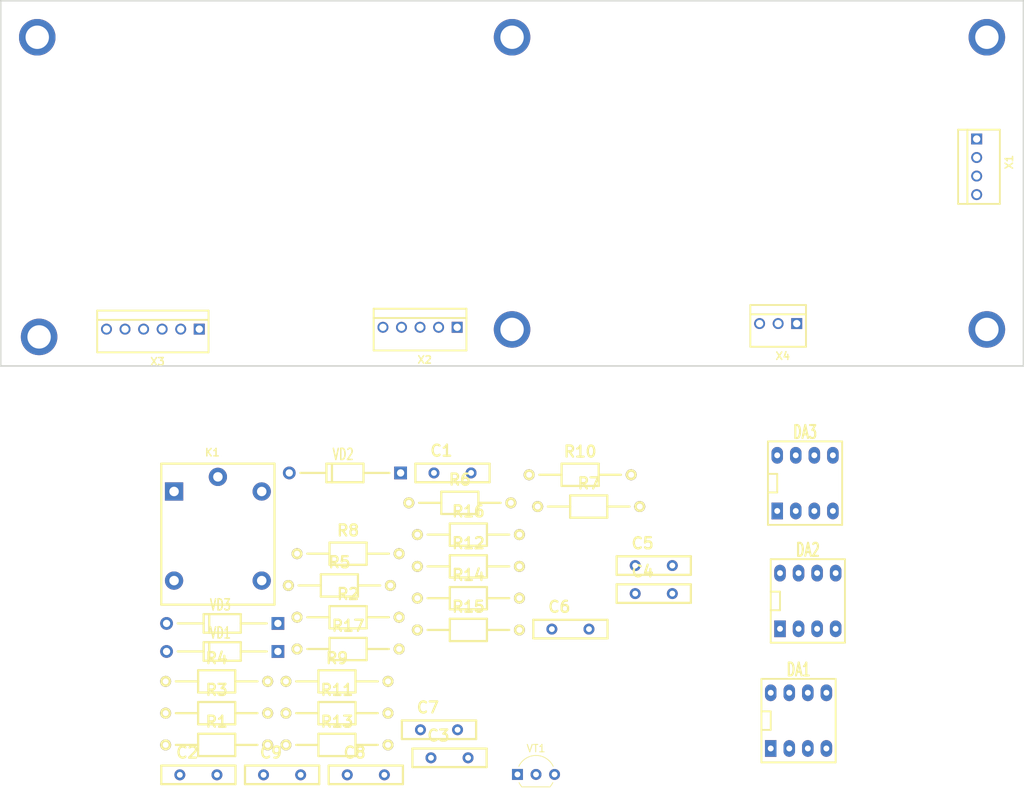
<source format=kicad_pcb>
(kicad_pcb (version 20171130) (host pcbnew 5.1.12-84ad8e8a86~92~ubuntu18.04.1)

  (general
    (thickness 1.6)
    (drawings 4)
    (tracks 0)
    (zones 0)
    (modules 44)
    (nets 35)
  )

  (page A4)
  (layers
    (0 F.Cu signal)
    (31 B.Cu signal)
    (32 B.Adhes user)
    (33 F.Adhes user)
    (34 B.Paste user)
    (35 F.Paste user)
    (36 B.SilkS user)
    (37 F.SilkS user)
    (38 B.Mask user)
    (39 F.Mask user)
    (40 Dwgs.User user)
    (41 Cmts.User user)
    (42 Eco1.User user)
    (43 Eco2.User user)
    (44 Edge.Cuts user)
    (45 Margin user)
    (46 B.CrtYd user)
    (47 F.CrtYd user)
    (48 B.Fab user)
    (49 F.Fab user)
  )

  (setup
    (last_trace_width 0.25)
    (trace_clearance 0.2)
    (zone_clearance 0.508)
    (zone_45_only no)
    (trace_min 0.2)
    (via_size 0.8)
    (via_drill 0.4)
    (via_min_size 0.4)
    (via_min_drill 0.3)
    (uvia_size 0.3)
    (uvia_drill 0.1)
    (uvias_allowed no)
    (uvia_min_size 0.2)
    (uvia_min_drill 0.1)
    (edge_width 0.05)
    (segment_width 0.2)
    (pcb_text_width 0.3)
    (pcb_text_size 1.5 1.5)
    (mod_edge_width 0.12)
    (mod_text_size 1 1)
    (mod_text_width 0.15)
    (pad_size 5 5)
    (pad_drill 3.2)
    (pad_to_mask_clearance 0)
    (aux_axis_origin 0 0)
    (visible_elements FFFFFF7F)
    (pcbplotparams
      (layerselection 0x010fc_ffffffff)
      (usegerberextensions false)
      (usegerberattributes true)
      (usegerberadvancedattributes true)
      (creategerberjobfile true)
      (excludeedgelayer true)
      (linewidth 0.100000)
      (plotframeref false)
      (viasonmask false)
      (mode 1)
      (useauxorigin false)
      (hpglpennumber 1)
      (hpglpenspeed 20)
      (hpglpendiameter 15.000000)
      (psnegative false)
      (psa4output false)
      (plotreference true)
      (plotvalue true)
      (plotinvisibletext false)
      (padsonsilk false)
      (subtractmaskfromsilk false)
      (outputformat 1)
      (mirror false)
      (drillshape 1)
      (scaleselection 1)
      (outputdirectory ""))
  )

  (net 0 "")
  (net 1 /GND)
  (net 2 /+VCC)
  (net 3 /-VCC)
  (net 4 "Net-(C3-Pad2)")
  (net 5 "Net-(C3-Pad1)")
  (net 6 "Net-(C6-Pad2)")
  (net 7 "Net-(C6-Pad1)")
  (net 8 "Net-(C7-Pad2)")
  (net 9 "Net-(C7-Pad1)")
  (net 10 "Net-(DA1-Pad8)")
  (net 11 "Net-(DA1-Pad6)")
  (net 12 "Net-(DA1-Pad3)")
  (net 13 "Net-(DA1-Pad2)")
  (net 14 "Net-(DA1-Pad1)")
  (net 15 "Net-(DA2-Pad5)")
  (net 16 "Net-(DA2-Pad2)")
  (net 17 "Net-(DA3-Pad5)")
  (net 18 "Net-(DA3-Pad2)")
  (net 19 "Net-(K1-Pad7)")
  (net 20 "Net-(K1-Pad5)")
  (net 21 "Net-(K1-Pad1)")
  (net 22 "Net-(K1-Pad8)")
  (net 23 "Net-(R4-Pad2)")
  (net 24 "Net-(R4-Pad1)")
  (net 25 "Net-(R5-Pad2)")
  (net 26 "Net-(R10-Pad1)")
  (net 27 "Net-(R11-Pad2)")
  (net 28 "Net-(R12-Pad2)")
  (net 29 "Net-(R12-Pad3)")
  (net 30 "Net-(R16-Pad1)")
  (net 31 "Net-(VD2-Pad1)")
  (net 32 "Net-(VD3-Pad1)")
  (net 33 "Net-(X3-Pad5)")
  (net 34 "Net-(X3-Pad6)")

  (net_class Default "This is the default net class."
    (clearance 0.2)
    (trace_width 0.25)
    (via_dia 0.8)
    (via_drill 0.4)
    (uvia_dia 0.3)
    (uvia_drill 0.1)
    (add_net /+VCC)
    (add_net /-VCC)
    (add_net /GND)
    (add_net "Net-(C3-Pad1)")
    (add_net "Net-(C3-Pad2)")
    (add_net "Net-(C6-Pad1)")
    (add_net "Net-(C6-Pad2)")
    (add_net "Net-(C7-Pad1)")
    (add_net "Net-(C7-Pad2)")
    (add_net "Net-(DA1-Pad1)")
    (add_net "Net-(DA1-Pad2)")
    (add_net "Net-(DA1-Pad3)")
    (add_net "Net-(DA1-Pad6)")
    (add_net "Net-(DA1-Pad8)")
    (add_net "Net-(DA2-Pad2)")
    (add_net "Net-(DA2-Pad5)")
    (add_net "Net-(DA3-Pad2)")
    (add_net "Net-(DA3-Pad5)")
    (add_net "Net-(K1-Pad1)")
    (add_net "Net-(K1-Pad5)")
    (add_net "Net-(K1-Pad7)")
    (add_net "Net-(K1-Pad8)")
    (add_net "Net-(R10-Pad1)")
    (add_net "Net-(R11-Pad2)")
    (add_net "Net-(R12-Pad2)")
    (add_net "Net-(R12-Pad3)")
    (add_net "Net-(R16-Pad1)")
    (add_net "Net-(R4-Pad1)")
    (add_net "Net-(R4-Pad2)")
    (add_net "Net-(R5-Pad2)")
    (add_net "Net-(VD2-Pad1)")
    (add_net "Net-(VD3-Pad1)")
    (add_net "Net-(X3-Pad5)")
    (add_net "Net-(X3-Pad6)")
  )

  (module IWconnectors:WF-3 (layer F.Cu) (tedit 5E3B3768) (tstamp 622B8B9A)
    (at 184.023 104.775 180)
    (descr "Double rangee de contacts 2 x 5 pins")
    (tags CONN)
    (path /622C45F3)
    (fp_text reference X4 (at -0.635 -4.445) (layer F.SilkS)
      (effects (font (size 1.016 1.016) (thickness 0.2032)))
    )
    (fp_text value WF-3 (at 0 3.81) (layer F.SilkS) hide
      (effects (font (size 1.016 1.016) (thickness 0.2032)))
    )
    (fp_line (start -3.81 2.54) (end -3.81 -3.175) (layer F.SilkS) (width 0.254))
    (fp_line (start 3.81 2.54) (end 3.81 -3.175) (layer F.SilkS) (width 0.254))
    (fp_line (start -3.81 -3.175) (end 3.81 -3.175) (layer F.SilkS) (width 0.254))
    (fp_line (start -3.81 1.27) (end 3.81 1.27) (layer F.SilkS) (width 0.254))
    (fp_line (start 3.81 2.54) (end -3.81 2.54) (layer F.SilkS) (width 0.254))
    (pad 3 thru_hole circle (at 2.54 0 180) (size 1.5 1.5) (drill 1) (layers *.Cu *.Mask)
      (net 1 /GND))
    (pad 2 thru_hole circle (at 0 0 180) (size 1.5 1.5) (drill 1) (layers *.Cu *.Mask)
      (net 7 "Net-(C6-Pad1)"))
    (pad 1 thru_hole rect (at -2.54 0 180) (size 1.5 1.5) (drill 1) (layers *.Cu *.Mask)
      (net 17 "Net-(DA3-Pad5)"))
  )

  (module IWconnectors:WF-6 (layer F.Cu) (tedit 5E3B379D) (tstamp 622B8B8E)
    (at 98.425 105.537 180)
    (descr "Double rangee de contacts 2 x 5 pins")
    (tags CONN)
    (path /622EADB0)
    (fp_text reference X3 (at -0.635 -4.445) (layer F.SilkS)
      (effects (font (size 1.016 1.016) (thickness 0.2032)))
    )
    (fp_text value WF-6 (at 0 3.81) (layer F.SilkS) hide
      (effects (font (size 1.016 1.016) (thickness 0.2032)))
    )
    (fp_line (start 7.62 2.54) (end -7.62 2.54) (layer F.SilkS) (width 0.254))
    (fp_line (start -7.62 -3.175) (end 7.62 -3.175) (layer F.SilkS) (width 0.254))
    (fp_line (start 7.62 1.27) (end -7.62 1.27) (layer F.SilkS) (width 0.254))
    (fp_line (start -7.62 2.54) (end -7.62 -3.175) (layer F.SilkS) (width 0.254))
    (fp_line (start 7.62 2.54) (end 7.62 -3.175) (layer F.SilkS) (width 0.254))
    (pad 3 thru_hole circle (at -1.27 0 180) (size 1.5 1.5) (drill 1) (layers *.Cu *.Mask)
      (net 2 /+VCC))
    (pad 2 thru_hole circle (at -3.81 0 180) (size 1.5 1.5) (drill 1) (layers *.Cu *.Mask)
      (net 31 "Net-(VD2-Pad1)"))
    (pad 1 thru_hole rect (at -6.35 0 180) (size 1.5 1.5) (drill 1) (layers *.Cu *.Mask)
      (net 2 /+VCC))
    (pad 4 thru_hole circle (at 1.27 0 180) (size 1.5 1.5) (drill 1) (layers *.Cu *.Mask)
      (net 32 "Net-(VD3-Pad1)"))
    (pad 5 thru_hole circle (at 3.81 0 180) (size 1.5 1.5) (drill 1) (layers *.Cu *.Mask)
      (net 33 "Net-(X3-Pad5)"))
    (pad 6 thru_hole circle (at 6.35 0 180) (size 1.5 1.5) (drill 1) (layers *.Cu *.Mask)
      (net 34 "Net-(X3-Pad6)"))
  )

  (module IWconnectors:WF-5 (layer F.Cu) (tedit 5E3B3789) (tstamp 622B8B7F)
    (at 135.001 105.283 180)
    (descr "Double rangee de contacts 2 x 5 pins")
    (tags CONN)
    (path /621F621E)
    (fp_text reference X2 (at -0.635 -4.445) (layer F.SilkS)
      (effects (font (size 1.016 1.016) (thickness 0.2032)))
    )
    (fp_text value WF-5 (at 0 3.81) (layer F.SilkS) hide
      (effects (font (size 1.016 1.016) (thickness 0.2032)))
    )
    (fp_line (start 6.35 2.54) (end -6.35 2.54) (layer F.SilkS) (width 0.254))
    (fp_line (start -6.35 -3.175) (end 6.35 -3.175) (layer F.SilkS) (width 0.254))
    (fp_line (start -6.35 1.27) (end 6.35 1.27) (layer F.SilkS) (width 0.254))
    (fp_line (start -6.35 2.54) (end -6.35 -3.175) (layer F.SilkS) (width 0.254))
    (fp_line (start 6.35 2.54) (end 6.35 -3.175) (layer F.SilkS) (width 0.254))
    (pad 3 thru_hole circle (at 0 0 180) (size 1.5 1.5) (drill 1) (layers *.Cu *.Mask)
      (net 2 /+VCC))
    (pad 2 thru_hole circle (at -2.54 0 180) (size 1.5 1.5) (drill 1) (layers *.Cu *.Mask)
      (net 13 "Net-(DA1-Pad2)"))
    (pad 1 thru_hole rect (at -5.08 0 180) (size 1.5 1.5) (drill 1) (layers *.Cu *.Mask)
      (net 12 "Net-(DA1-Pad3)"))
    (pad 4 thru_hole circle (at 2.54 0 180) (size 1.5 1.5) (drill 1) (layers *.Cu *.Mask)
      (net 1 /GND))
    (pad 5 thru_hole circle (at 5.08 0 180) (size 1.5 1.5) (drill 1) (layers *.Cu *.Mask)
      (net 20 "Net-(K1-Pad5)"))
  )

  (module IWconnectors:WF-4 (layer F.Cu) (tedit 5E3B3778) (tstamp 622B8B71)
    (at 211.201 83.312 270)
    (descr "Double rangee de contacts 2 x 5 pins")
    (tags CONN)
    (path /6222A7AF)
    (fp_text reference X1 (at -0.635 -4.445 90) (layer F.SilkS)
      (effects (font (size 1.016 1.016) (thickness 0.2032)))
    )
    (fp_text value WF-4 (at 0 3.81 90) (layer F.SilkS) hide
      (effects (font (size 1.016 1.016) (thickness 0.2032)))
    )
    (fp_line (start 5.08 2.54) (end -5.08 2.54) (layer F.SilkS) (width 0.254))
    (fp_line (start -5.08 -3.175) (end 5.08 -3.175) (layer F.SilkS) (width 0.254))
    (fp_line (start 5.08 1.27) (end -5.08 1.27) (layer F.SilkS) (width 0.254))
    (fp_line (start -5.08 2.54) (end -5.08 -3.175) (layer F.SilkS) (width 0.254))
    (fp_line (start 5.08 2.54) (end 5.08 -3.175) (layer F.SilkS) (width 0.254))
    (pad 3 thru_hole circle (at 1.27 0 270) (size 1.5 1.5) (drill 1) (layers *.Cu *.Mask)
      (net 1 /GND))
    (pad 2 thru_hole circle (at -1.27 0 270) (size 1.5 1.5) (drill 1) (layers *.Cu *.Mask)
      (net 1 /GND))
    (pad 1 thru_hole rect (at -3.81 0 270) (size 1.5 1.5) (drill 1) (layers *.Cu *.Mask)
      (net 2 /+VCC))
    (pad 4 thru_hole circle (at 3.81 0 270) (size 1.5 1.5) (drill 1) (layers *.Cu *.Mask)
      (net 3 /-VCC))
  )

  (module Package_TO_SOT_TNT:TO-92L_Inline_Wide (layer F.Cu) (tedit 5A11996A) (tstamp 622B8B64)
    (at 148.336 166.497)
    (descr "TO-92L leads in-line (large body variant of TO-92), also known as TO-226, wide, drill 0.75mm (see https://www.diodes.com/assets/Package-Files/TO92L.pdf and http://www.ti.com/lit/an/snoa059/snoa059.pdf)")
    (tags "TO-92L Inline Wide transistor")
    (path /62341F64)
    (fp_text reference VT1 (at 2.54 -3.56) (layer F.SilkS)
      (effects (font (size 1 1) (thickness 0.15)))
    )
    (fp_text value MMBT5551 (at 2.54 2.79) (layer F.Fab) hide
      (effects (font (size 1 1) (thickness 0.15)))
    )
    (fp_arc (start 2.54 0) (end 4.45 1.7) (angle -15.88591585) (layer F.SilkS) (width 0.12))
    (fp_arc (start 2.54 0) (end 2.54 -2.48) (angle -130.2499344) (layer F.Fab) (width 0.1))
    (fp_arc (start 2.54 0) (end 2.54 -2.48) (angle 129.9527847) (layer F.Fab) (width 0.1))
    (fp_arc (start 2.54 0) (end 2.54 -2.6) (angle 65) (layer F.SilkS) (width 0.12))
    (fp_arc (start 2.54 0) (end 2.54 -2.6) (angle -65) (layer F.SilkS) (width 0.12))
    (fp_arc (start 2.54 0) (end 0.6 1.7) (angle 15.44288892) (layer F.SilkS) (width 0.12))
    (fp_text user %R (at 2.54 0) (layer F.Fab) hide
      (effects (font (size 1 1) (thickness 0.15)))
    )
    (fp_line (start 0.6 1.7) (end 4.45 1.7) (layer F.SilkS) (width 0.12))
    (fp_line (start 0.65 1.6) (end 4.4 1.6) (layer F.Fab) (width 0.1))
    (fp_line (start -1 -2.75) (end 6.1 -2.75) (layer F.CrtYd) (width 0.05))
    (fp_line (start -1 -2.75) (end -1 1.85) (layer F.CrtYd) (width 0.05))
    (fp_line (start 6.1 1.85) (end 6.1 -2.75) (layer F.CrtYd) (width 0.05))
    (fp_line (start 6.1 1.85) (end -1 1.85) (layer F.CrtYd) (width 0.05))
    (pad 1 thru_hole rect (at 0 0) (size 1.5 1.5) (drill 0.8) (layers *.Cu *.Mask)
      (net 1 /GND))
    (pad 3 thru_hole circle (at 5.08 0) (size 1.5 1.5) (drill 0.8) (layers *.Cu *.Mask)
      (net 22 "Net-(K1-Pad8)"))
    (pad 2 thru_hole circle (at 2.54 0) (size 1.5 1.5) (drill 0.8) (layers *.Cu *.Mask)
      (net 24 "Net-(R4-Pad1)"))
    (model ${KISYS3DMOD}/Package_TO_SOT_THT.3dshapes/TO-92L_Inline_Wide.wrl
      (at (xyz 0 0 0))
      (scale (xyz 1 1 1))
      (rotate (xyz 0 0 0))
    )
  )

  (module IWcomponents:DO-41 (layer F.Cu) (tedit 5E80C9EE) (tstamp 622B8B50)
    (at 100.298599 145.822)
    (descr "Regulateur TO220 serie LM78xx")
    (tags "TR TO220")
    (path /622CF5F7)
    (fp_text reference VD3 (at 7.366 -2.54) (layer F.SilkS)
      (effects (font (size 1.524 1.016) (thickness 0.2032)))
    )
    (fp_text value 1N4007 (at 7.62 2.54) (layer F.SilkS) hide
      (effects (font (size 1.524 1.016) (thickness 0.2032)))
    )
    (fp_line (start 1.524 0) (end 5.08 0) (layer F.SilkS) (width 0.3048))
    (fp_line (start 13.716 0) (end 10.16 0) (layer F.SilkS) (width 0.3048))
    (fp_line (start 5.842 1.27) (end 5.842 -1.27) (layer F.SilkS) (width 0.3048))
    (fp_line (start 5.08 -1.27) (end 10.16 -1.27) (layer F.SilkS) (width 0.3048))
    (fp_line (start 10.16 -1.27) (end 10.16 1.27) (layer F.SilkS) (width 0.3048))
    (fp_line (start 5.08 1.27) (end 10.16 1.27) (layer F.SilkS) (width 0.3048))
    (fp_line (start 5.08 -1.27) (end 5.08 1.27) (layer F.SilkS) (width 0.3048))
    (pad 2 thru_hole circle (at 0 0) (size 1.75 1.75) (drill 1) (layers *.Cu *.Mask)
      (net 25 "Net-(R5-Pad2)"))
    (pad 1 thru_hole rect (at 15.24 0) (size 1.75 1.75) (drill 1) (layers *.Cu *.Mask)
      (net 32 "Net-(VD3-Pad1)"))
    (model discret/to220_vert.wrl
      (at (xyz 0 0 0))
      (scale (xyz 1 1 1))
      (rotate (xyz 0 0 0))
    )
  )

  (module IWcomponents:DO-41 (layer F.Cu) (tedit 5E80C9EE) (tstamp 622B8B43)
    (at 117.098599 125.222)
    (descr "Regulateur TO220 serie LM78xx")
    (tags "TR TO220")
    (path /622C5404)
    (fp_text reference VD2 (at 7.366 -2.54) (layer F.SilkS)
      (effects (font (size 1.524 1.016) (thickness 0.2032)))
    )
    (fp_text value 1N4007 (at 7.62 2.54) (layer F.SilkS) hide
      (effects (font (size 1.524 1.016) (thickness 0.2032)))
    )
    (fp_line (start 1.524 0) (end 5.08 0) (layer F.SilkS) (width 0.3048))
    (fp_line (start 13.716 0) (end 10.16 0) (layer F.SilkS) (width 0.3048))
    (fp_line (start 5.842 1.27) (end 5.842 -1.27) (layer F.SilkS) (width 0.3048))
    (fp_line (start 5.08 -1.27) (end 10.16 -1.27) (layer F.SilkS) (width 0.3048))
    (fp_line (start 10.16 -1.27) (end 10.16 1.27) (layer F.SilkS) (width 0.3048))
    (fp_line (start 5.08 1.27) (end 10.16 1.27) (layer F.SilkS) (width 0.3048))
    (fp_line (start 5.08 -1.27) (end 5.08 1.27) (layer F.SilkS) (width 0.3048))
    (pad 2 thru_hole circle (at 0 0) (size 1.75 1.75) (drill 1) (layers *.Cu *.Mask)
      (net 23 "Net-(R4-Pad2)"))
    (pad 1 thru_hole rect (at 15.24 0) (size 1.75 1.75) (drill 1) (layers *.Cu *.Mask)
      (net 31 "Net-(VD2-Pad1)"))
    (model discret/to220_vert.wrl
      (at (xyz 0 0 0))
      (scale (xyz 1 1 1))
      (rotate (xyz 0 0 0))
    )
  )

  (module IWcomponents:DO-41 (layer F.Cu) (tedit 5E80C9EE) (tstamp 622B8B36)
    (at 100.298599 149.662)
    (descr "Regulateur TO220 serie LM78xx")
    (tags "TR TO220")
    (path /622D6A62)
    (fp_text reference VD1 (at 7.366 -2.54) (layer F.SilkS)
      (effects (font (size 1.524 1.016) (thickness 0.2032)))
    )
    (fp_text value 1N4007 (at 7.62 2.54) (layer F.SilkS) hide
      (effects (font (size 1.524 1.016) (thickness 0.2032)))
    )
    (fp_line (start 1.524 0) (end 5.08 0) (layer F.SilkS) (width 0.3048))
    (fp_line (start 13.716 0) (end 10.16 0) (layer F.SilkS) (width 0.3048))
    (fp_line (start 5.842 1.27) (end 5.842 -1.27) (layer F.SilkS) (width 0.3048))
    (fp_line (start 5.08 -1.27) (end 10.16 -1.27) (layer F.SilkS) (width 0.3048))
    (fp_line (start 10.16 -1.27) (end 10.16 1.27) (layer F.SilkS) (width 0.3048))
    (fp_line (start 5.08 1.27) (end 10.16 1.27) (layer F.SilkS) (width 0.3048))
    (fp_line (start 5.08 -1.27) (end 5.08 1.27) (layer F.SilkS) (width 0.3048))
    (pad 2 thru_hole circle (at 0 0) (size 1.75 1.75) (drill 1) (layers *.Cu *.Mask)
      (net 21 "Net-(K1-Pad1)"))
    (pad 1 thru_hole rect (at 15.24 0) (size 1.75 1.75) (drill 1) (layers *.Cu *.Mask)
      (net 22 "Net-(K1-Pad8)"))
    (model discret/to220_vert.wrl
      (at (xyz 0 0 0))
      (scale (xyz 1 1 1))
      (rotate (xyz 0 0 0))
    )
  )

  (module IWcomponents:RESISTOR_0.25W (layer F.Cu) (tedit 554A4B46) (tstamp 622B8B29)
    (at 125.148599 149.326)
    (descr "Bornier d'alimentation 2 pins")
    (tags DEV)
    (path /6227A2D8)
    (fp_text reference R17 (at 0 -3.175) (layer F.SilkS)
      (effects (font (size 1.524 1.524) (thickness 0.3048)))
    )
    (fp_text value "10 к" (at 0 3.81) (layer F.SilkS) hide
      (effects (font (size 1.524 1.524) (thickness 0.3048)))
    )
    (fp_line (start -5.588 0) (end -2.54 0) (layer F.SilkS) (width 0.3048))
    (fp_line (start 2.54 0) (end 5.588 0) (layer F.SilkS) (width 0.3048))
    (fp_line (start -2.54 1.524) (end 2.54 1.524) (layer F.SilkS) (width 0.3048))
    (fp_line (start 2.54 1.524) (end 2.54 -1.524) (layer F.SilkS) (width 0.3048))
    (fp_line (start -2.54 1.524) (end -2.54 -1.524) (layer F.SilkS) (width 0.3048))
    (fp_line (start -2.54 -1.524) (end 2.54 -1.524) (layer F.SilkS) (width 0.3048))
    (pad 2 thru_hole circle (at 6.985 0) (size 1.5 1.5) (drill 0.8) (layers *.Cu *.Mask F.SilkS)
      (net 17 "Net-(DA3-Pad5)"))
    (pad 1 thru_hole circle (at -6.985 0) (size 1.5 1.5) (drill 0.8) (layers *.Cu *.Mask F.SilkS)
      (net 30 "Net-(R16-Pad1)"))
  )

  (module IWcomponents:RESISTOR_0.25W (layer F.Cu) (tedit 554A4B46) (tstamp 622B8B1D)
    (at 141.618599 133.666)
    (descr "Bornier d'alimentation 2 pins")
    (tags DEV)
    (path /6227A1DA)
    (fp_text reference R16 (at 0 -3.175) (layer F.SilkS)
      (effects (font (size 1.524 1.524) (thickness 0.3048)))
    )
    (fp_text value "33 к" (at 0 3.81) (layer F.SilkS) hide
      (effects (font (size 1.524 1.524) (thickness 0.3048)))
    )
    (fp_line (start -5.588 0) (end -2.54 0) (layer F.SilkS) (width 0.3048))
    (fp_line (start 2.54 0) (end 5.588 0) (layer F.SilkS) (width 0.3048))
    (fp_line (start -2.54 1.524) (end 2.54 1.524) (layer F.SilkS) (width 0.3048))
    (fp_line (start 2.54 1.524) (end 2.54 -1.524) (layer F.SilkS) (width 0.3048))
    (fp_line (start -2.54 1.524) (end -2.54 -1.524) (layer F.SilkS) (width 0.3048))
    (fp_line (start -2.54 -1.524) (end 2.54 -1.524) (layer F.SilkS) (width 0.3048))
    (pad 2 thru_hole circle (at 6.985 0) (size 1.5 1.5) (drill 0.8) (layers *.Cu *.Mask F.SilkS)
      (net 18 "Net-(DA3-Pad2)"))
    (pad 1 thru_hole circle (at -6.985 0) (size 1.5 1.5) (drill 0.8) (layers *.Cu *.Mask F.SilkS)
      (net 30 "Net-(R16-Pad1)"))
  )

  (module IWcomponents:RESISTOR_0.25W (layer F.Cu) (tedit 554A4B46) (tstamp 622B8B11)
    (at 141.618599 146.716)
    (descr "Bornier d'alimentation 2 pins")
    (tags DEV)
    (path /6227409C)
    (fp_text reference R15 (at 0 -3.175) (layer F.SilkS)
      (effects (font (size 1.524 1.524) (thickness 0.3048)))
    )
    (fp_text value "10 к" (at 0 3.81) (layer F.SilkS) hide
      (effects (font (size 1.524 1.524) (thickness 0.3048)))
    )
    (fp_line (start -5.588 0) (end -2.54 0) (layer F.SilkS) (width 0.3048))
    (fp_line (start 2.54 0) (end 5.588 0) (layer F.SilkS) (width 0.3048))
    (fp_line (start -2.54 1.524) (end 2.54 1.524) (layer F.SilkS) (width 0.3048))
    (fp_line (start 2.54 1.524) (end 2.54 -1.524) (layer F.SilkS) (width 0.3048))
    (fp_line (start -2.54 1.524) (end -2.54 -1.524) (layer F.SilkS) (width 0.3048))
    (fp_line (start -2.54 -1.524) (end 2.54 -1.524) (layer F.SilkS) (width 0.3048))
    (pad 2 thru_hole circle (at 6.985 0) (size 1.5 1.5) (drill 0.8) (layers *.Cu *.Mask F.SilkS)
      (net 28 "Net-(R12-Pad2)"))
    (pad 1 thru_hole circle (at -6.985 0) (size 1.5 1.5) (drill 0.8) (layers *.Cu *.Mask F.SilkS)
      (net 18 "Net-(DA3-Pad2)"))
  )

  (module IWcomponents:RESISTOR_0.25W (layer F.Cu) (tedit 554A4B46) (tstamp 622B8B05)
    (at 141.618599 142.366)
    (descr "Bornier d'alimentation 2 pins")
    (tags DEV)
    (path /62254DD8)
    (fp_text reference R14 (at 0 -3.175) (layer F.SilkS)
      (effects (font (size 1.524 1.524) (thickness 0.3048)))
    )
    (fp_text value "100 к" (at 0 3.81) (layer F.SilkS) hide
      (effects (font (size 1.524 1.524) (thickness 0.3048)))
    )
    (fp_line (start -5.588 0) (end -2.54 0) (layer F.SilkS) (width 0.3048))
    (fp_line (start 2.54 0) (end 5.588 0) (layer F.SilkS) (width 0.3048))
    (fp_line (start -2.54 1.524) (end 2.54 1.524) (layer F.SilkS) (width 0.3048))
    (fp_line (start 2.54 1.524) (end 2.54 -1.524) (layer F.SilkS) (width 0.3048))
    (fp_line (start -2.54 1.524) (end -2.54 -1.524) (layer F.SilkS) (width 0.3048))
    (fp_line (start -2.54 -1.524) (end 2.54 -1.524) (layer F.SilkS) (width 0.3048))
    (pad 2 thru_hole circle (at 6.985 0) (size 1.5 1.5) (drill 0.8) (layers *.Cu *.Mask F.SilkS)
      (net 6 "Net-(C6-Pad2)"))
    (pad 1 thru_hole circle (at -6.985 0) (size 1.5 1.5) (drill 0.8) (layers *.Cu *.Mask F.SilkS)
      (net 1 /GND))
  )

  (module IWcomponents:RESISTOR_0.25W (layer F.Cu) (tedit 554A4B46) (tstamp 622B8AF9)
    (at 123.628599 162.456)
    (descr "Bornier d'alimentation 2 pins")
    (tags DEV)
    (path /6228FE1E)
    (fp_text reference R13 (at 0 -3.175) (layer F.SilkS)
      (effects (font (size 1.524 1.524) (thickness 0.3048)))
    )
    (fp_text value "10 к" (at 0 3.81) (layer F.SilkS) hide
      (effects (font (size 1.524 1.524) (thickness 0.3048)))
    )
    (fp_line (start -5.588 0) (end -2.54 0) (layer F.SilkS) (width 0.3048))
    (fp_line (start 2.54 0) (end 5.588 0) (layer F.SilkS) (width 0.3048))
    (fp_line (start -2.54 1.524) (end 2.54 1.524) (layer F.SilkS) (width 0.3048))
    (fp_line (start 2.54 1.524) (end 2.54 -1.524) (layer F.SilkS) (width 0.3048))
    (fp_line (start -2.54 1.524) (end -2.54 -1.524) (layer F.SilkS) (width 0.3048))
    (fp_line (start -2.54 -1.524) (end 2.54 -1.524) (layer F.SilkS) (width 0.3048))
    (pad 2 thru_hole circle (at 6.985 0) (size 1.5 1.5) (drill 0.8) (layers *.Cu *.Mask F.SilkS)
      (net 3 /-VCC))
    (pad 1 thru_hole circle (at -6.985 0) (size 1.5 1.5) (drill 0.8) (layers *.Cu *.Mask F.SilkS)
      (net 29 "Net-(R12-Pad3)"))
  )

  (module IWcomponents:RESISTOR_0.25W (layer F.Cu) (tedit 554A4B46) (tstamp 622B8AED)
    (at 141.618599 138.016)
    (descr "Bornier d'alimentation 2 pins")
    (tags DEV)
    (path /6228A897)
    (fp_text reference R12 (at 0 -3.175) (layer F.SilkS)
      (effects (font (size 1.524 1.524) (thickness 0.3048)))
    )
    (fp_text value "10 к" (at 0 3.81) (layer F.SilkS) hide
      (effects (font (size 1.524 1.524) (thickness 0.3048)))
    )
    (fp_line (start -5.588 0) (end -2.54 0) (layer F.SilkS) (width 0.3048))
    (fp_line (start 2.54 0) (end 5.588 0) (layer F.SilkS) (width 0.3048))
    (fp_line (start -2.54 1.524) (end 2.54 1.524) (layer F.SilkS) (width 0.3048))
    (fp_line (start 2.54 1.524) (end 2.54 -1.524) (layer F.SilkS) (width 0.3048))
    (fp_line (start -2.54 1.524) (end -2.54 -1.524) (layer F.SilkS) (width 0.3048))
    (fp_line (start -2.54 -1.524) (end 2.54 -1.524) (layer F.SilkS) (width 0.3048))
    (pad 2 thru_hole circle (at 6.985 0) (size 1.5 1.5) (drill 0.8) (layers *.Cu *.Mask F.SilkS)
      (net 28 "Net-(R12-Pad2)"))
    (pad 1 thru_hole circle (at -6.985 0) (size 1.5 1.5) (drill 0.8) (layers *.Cu *.Mask F.SilkS)
      (net 27 "Net-(R11-Pad2)"))
  )

  (module IWcomponents:RESISTOR_0.25W (layer F.Cu) (tedit 554A4B46) (tstamp 622B8AE1)
    (at 123.628599 158.106)
    (descr "Bornier d'alimentation 2 pins")
    (tags DEV)
    (path /6229390E)
    (fp_text reference R11 (at 0 -3.175) (layer F.SilkS)
      (effects (font (size 1.524 1.524) (thickness 0.3048)))
    )
    (fp_text value "10 к" (at 0 3.81) (layer F.SilkS) hide
      (effects (font (size 1.524 1.524) (thickness 0.3048)))
    )
    (fp_line (start -5.588 0) (end -2.54 0) (layer F.SilkS) (width 0.3048))
    (fp_line (start 2.54 0) (end 5.588 0) (layer F.SilkS) (width 0.3048))
    (fp_line (start -2.54 1.524) (end 2.54 1.524) (layer F.SilkS) (width 0.3048))
    (fp_line (start 2.54 1.524) (end 2.54 -1.524) (layer F.SilkS) (width 0.3048))
    (fp_line (start -2.54 1.524) (end -2.54 -1.524) (layer F.SilkS) (width 0.3048))
    (fp_line (start -2.54 -1.524) (end 2.54 -1.524) (layer F.SilkS) (width 0.3048))
    (pad 2 thru_hole circle (at 6.985 0) (size 1.5 1.5) (drill 0.8) (layers *.Cu *.Mask F.SilkS)
      (net 27 "Net-(R11-Pad2)"))
    (pad 1 thru_hole circle (at -6.985 0) (size 1.5 1.5) (drill 0.8) (layers *.Cu *.Mask F.SilkS)
      (net 2 /+VCC))
  )

  (module IWcomponents:RESISTOR_0.25W (layer F.Cu) (tedit 554A4B46) (tstamp 622B8AD5)
    (at 156.918599 125.476)
    (descr "Bornier d'alimentation 2 pins")
    (tags DEV)
    (path /6221EE1B)
    (fp_text reference R10 (at 0 -3.175) (layer F.SilkS)
      (effects (font (size 1.524 1.524) (thickness 0.3048)))
    )
    (fp_text value "50 к" (at 0 3.81) (layer F.SilkS) hide
      (effects (font (size 1.524 1.524) (thickness 0.3048)))
    )
    (fp_line (start -5.588 0) (end -2.54 0) (layer F.SilkS) (width 0.3048))
    (fp_line (start 2.54 0) (end 5.588 0) (layer F.SilkS) (width 0.3048))
    (fp_line (start -2.54 1.524) (end 2.54 1.524) (layer F.SilkS) (width 0.3048))
    (fp_line (start 2.54 1.524) (end 2.54 -1.524) (layer F.SilkS) (width 0.3048))
    (fp_line (start -2.54 1.524) (end -2.54 -1.524) (layer F.SilkS) (width 0.3048))
    (fp_line (start -2.54 -1.524) (end 2.54 -1.524) (layer F.SilkS) (width 0.3048))
    (pad 2 thru_hole circle (at 6.985 0) (size 1.5 1.5) (drill 0.8) (layers *.Cu *.Mask F.SilkS)
      (net 7 "Net-(C6-Pad1)"))
    (pad 1 thru_hole circle (at -6.985 0) (size 1.5 1.5) (drill 0.8) (layers *.Cu *.Mask F.SilkS)
      (net 26 "Net-(R10-Pad1)"))
  )

  (module IWcomponents:RESISTOR_0.25W (layer F.Cu) (tedit 554A4B46) (tstamp 622B8AC9)
    (at 123.628599 153.756)
    (descr "Bornier d'alimentation 2 pins")
    (tags DEV)
    (path /6221DAA1)
    (fp_text reference R9 (at 0 -3.175) (layer F.SilkS)
      (effects (font (size 1.524 1.524) (thickness 0.3048)))
    )
    (fp_text value "51 к" (at 0 3.81) (layer F.SilkS) hide
      (effects (font (size 1.524 1.524) (thickness 0.3048)))
    )
    (fp_line (start -5.588 0) (end -2.54 0) (layer F.SilkS) (width 0.3048))
    (fp_line (start 2.54 0) (end 5.588 0) (layer F.SilkS) (width 0.3048))
    (fp_line (start -2.54 1.524) (end 2.54 1.524) (layer F.SilkS) (width 0.3048))
    (fp_line (start 2.54 1.524) (end 2.54 -1.524) (layer F.SilkS) (width 0.3048))
    (fp_line (start -2.54 1.524) (end -2.54 -1.524) (layer F.SilkS) (width 0.3048))
    (fp_line (start -2.54 -1.524) (end 2.54 -1.524) (layer F.SilkS) (width 0.3048))
    (pad 2 thru_hole circle (at 6.985 0) (size 1.5 1.5) (drill 0.8) (layers *.Cu *.Mask F.SilkS)
      (net 16 "Net-(DA2-Pad2)"))
    (pad 1 thru_hole circle (at -6.985 0) (size 1.5 1.5) (drill 0.8) (layers *.Cu *.Mask F.SilkS)
      (net 26 "Net-(R10-Pad1)"))
  )

  (module IWcomponents:RESISTOR_0.25W (layer F.Cu) (tedit 554A4B46) (tstamp 622B8ABD)
    (at 125.148599 136.276)
    (descr "Bornier d'alimentation 2 pins")
    (tags DEV)
    (path /6220A2FA)
    (fp_text reference R8 (at 0 -3.175) (layer F.SilkS)
      (effects (font (size 1.524 1.524) (thickness 0.3048)))
    )
    (fp_text value "5.1 к" (at 0 3.81) (layer F.SilkS) hide
      (effects (font (size 1.524 1.524) (thickness 0.3048)))
    )
    (fp_line (start -5.588 0) (end -2.54 0) (layer F.SilkS) (width 0.3048))
    (fp_line (start 2.54 0) (end 5.588 0) (layer F.SilkS) (width 0.3048))
    (fp_line (start -2.54 1.524) (end 2.54 1.524) (layer F.SilkS) (width 0.3048))
    (fp_line (start 2.54 1.524) (end 2.54 -1.524) (layer F.SilkS) (width 0.3048))
    (fp_line (start -2.54 1.524) (end -2.54 -1.524) (layer F.SilkS) (width 0.3048))
    (fp_line (start -2.54 -1.524) (end 2.54 -1.524) (layer F.SilkS) (width 0.3048))
    (pad 2 thru_hole circle (at 6.985 0) (size 1.5 1.5) (drill 0.8) (layers *.Cu *.Mask F.SilkS)
      (net 11 "Net-(DA1-Pad6)"))
    (pad 1 thru_hole circle (at -6.985 0) (size 1.5 1.5) (drill 0.8) (layers *.Cu *.Mask F.SilkS)
      (net 16 "Net-(DA2-Pad2)"))
  )

  (module IWcomponents:RESISTOR_0.25W (layer F.Cu) (tedit 554A4B46) (tstamp 622B8AB1)
    (at 158.088599 129.826)
    (descr "Bornier d'alimentation 2 pins")
    (tags DEV)
    (path /622CBE15)
    (fp_text reference R7 (at 0 -3.175) (layer F.SilkS)
      (effects (font (size 1.524 1.524) (thickness 0.3048)))
    )
    (fp_text value 100 (at 0 3.81) (layer F.SilkS) hide
      (effects (font (size 1.524 1.524) (thickness 0.3048)))
    )
    (fp_line (start -5.588 0) (end -2.54 0) (layer F.SilkS) (width 0.3048))
    (fp_line (start 2.54 0) (end 5.588 0) (layer F.SilkS) (width 0.3048))
    (fp_line (start -2.54 1.524) (end 2.54 1.524) (layer F.SilkS) (width 0.3048))
    (fp_line (start 2.54 1.524) (end 2.54 -1.524) (layer F.SilkS) (width 0.3048))
    (fp_line (start -2.54 1.524) (end -2.54 -1.524) (layer F.SilkS) (width 0.3048))
    (fp_line (start -2.54 -1.524) (end 2.54 -1.524) (layer F.SilkS) (width 0.3048))
    (pad 2 thru_hole circle (at 6.985 0) (size 1.5 1.5) (drill 0.8) (layers *.Cu *.Mask F.SilkS)
      (net 21 "Net-(K1-Pad1)"))
    (pad 1 thru_hole circle (at -6.985 0) (size 1.5 1.5) (drill 0.8) (layers *.Cu *.Mask F.SilkS)
      (net 2 /+VCC))
  )

  (module IWcomponents:RESISTOR_0.25W (layer F.Cu) (tedit 554A4B46) (tstamp 622B8AA5)
    (at 140.448599 129.316)
    (descr "Bornier d'alimentation 2 pins")
    (tags DEV)
    (path /62376B43)
    (fp_text reference R6 (at 0 -3.175) (layer F.SilkS)
      (effects (font (size 1.524 1.524) (thickness 0.3048)))
    )
    (fp_text value "51 к" (at 0 3.81) (layer F.SilkS) hide
      (effects (font (size 1.524 1.524) (thickness 0.3048)))
    )
    (fp_line (start -5.588 0) (end -2.54 0) (layer F.SilkS) (width 0.3048))
    (fp_line (start 2.54 0) (end 5.588 0) (layer F.SilkS) (width 0.3048))
    (fp_line (start -2.54 1.524) (end 2.54 1.524) (layer F.SilkS) (width 0.3048))
    (fp_line (start 2.54 1.524) (end 2.54 -1.524) (layer F.SilkS) (width 0.3048))
    (fp_line (start -2.54 1.524) (end -2.54 -1.524) (layer F.SilkS) (width 0.3048))
    (fp_line (start -2.54 -1.524) (end 2.54 -1.524) (layer F.SilkS) (width 0.3048))
    (pad 2 thru_hole circle (at 6.985 0) (size 1.5 1.5) (drill 0.8) (layers *.Cu *.Mask F.SilkS)
      (net 1 /GND))
    (pad 1 thru_hole circle (at -6.985 0) (size 1.5 1.5) (drill 0.8) (layers *.Cu *.Mask F.SilkS)
      (net 24 "Net-(R4-Pad1)"))
  )

  (module IWcomponents:RESISTOR_0.25W (layer F.Cu) (tedit 554A4B46) (tstamp 622B8A99)
    (at 123.958599 140.626)
    (descr "Bornier d'alimentation 2 pins")
    (tags DEV)
    (path /6231A20E)
    (fp_text reference R5 (at 0 -3.175) (layer F.SilkS)
      (effects (font (size 1.524 1.524) (thickness 0.3048)))
    )
    (fp_text value "5.1 к" (at 0 3.81) (layer F.SilkS) hide
      (effects (font (size 1.524 1.524) (thickness 0.3048)))
    )
    (fp_line (start -5.588 0) (end -2.54 0) (layer F.SilkS) (width 0.3048))
    (fp_line (start 2.54 0) (end 5.588 0) (layer F.SilkS) (width 0.3048))
    (fp_line (start -2.54 1.524) (end 2.54 1.524) (layer F.SilkS) (width 0.3048))
    (fp_line (start 2.54 1.524) (end 2.54 -1.524) (layer F.SilkS) (width 0.3048))
    (fp_line (start -2.54 1.524) (end -2.54 -1.524) (layer F.SilkS) (width 0.3048))
    (fp_line (start -2.54 -1.524) (end 2.54 -1.524) (layer F.SilkS) (width 0.3048))
    (pad 2 thru_hole circle (at 6.985 0) (size 1.5 1.5) (drill 0.8) (layers *.Cu *.Mask F.SilkS)
      (net 25 "Net-(R5-Pad2)"))
    (pad 1 thru_hole circle (at -6.985 0) (size 1.5 1.5) (drill 0.8) (layers *.Cu *.Mask F.SilkS)
      (net 24 "Net-(R4-Pad1)"))
  )

  (module IWcomponents:RESISTOR_0.25W (layer F.Cu) (tedit 554A4B46) (tstamp 622B8A8D)
    (at 107.158599 153.756)
    (descr "Bornier d'alimentation 2 pins")
    (tags DEV)
    (path /622FFC57)
    (fp_text reference R4 (at 0 -3.175) (layer F.SilkS)
      (effects (font (size 1.524 1.524) (thickness 0.3048)))
    )
    (fp_text value "5.1 к" (at 0 3.81) (layer F.SilkS) hide
      (effects (font (size 1.524 1.524) (thickness 0.3048)))
    )
    (fp_line (start -5.588 0) (end -2.54 0) (layer F.SilkS) (width 0.3048))
    (fp_line (start 2.54 0) (end 5.588 0) (layer F.SilkS) (width 0.3048))
    (fp_line (start -2.54 1.524) (end 2.54 1.524) (layer F.SilkS) (width 0.3048))
    (fp_line (start 2.54 1.524) (end 2.54 -1.524) (layer F.SilkS) (width 0.3048))
    (fp_line (start -2.54 1.524) (end -2.54 -1.524) (layer F.SilkS) (width 0.3048))
    (fp_line (start -2.54 -1.524) (end 2.54 -1.524) (layer F.SilkS) (width 0.3048))
    (pad 2 thru_hole circle (at 6.985 0) (size 1.5 1.5) (drill 0.8) (layers *.Cu *.Mask F.SilkS)
      (net 23 "Net-(R4-Pad2)"))
    (pad 1 thru_hole circle (at -6.985 0) (size 1.5 1.5) (drill 0.8) (layers *.Cu *.Mask F.SilkS)
      (net 24 "Net-(R4-Pad1)"))
  )

  (module IWcomponents:RESISTOR_0.25W (layer F.Cu) (tedit 554A4B46) (tstamp 622B8A81)
    (at 107.158599 158.106)
    (descr "Bornier d'alimentation 2 pins")
    (tags DEV)
    (path /621F2AD5)
    (fp_text reference R3 (at 0 -3.175) (layer F.SilkS)
      (effects (font (size 1.524 1.524) (thickness 0.3048)))
    )
    (fp_text value "39 к" (at 0 3.81) (layer F.SilkS) hide
      (effects (font (size 1.524 1.524) (thickness 0.3048)))
    )
    (fp_line (start -5.588 0) (end -2.54 0) (layer F.SilkS) (width 0.3048))
    (fp_line (start 2.54 0) (end 5.588 0) (layer F.SilkS) (width 0.3048))
    (fp_line (start -2.54 1.524) (end 2.54 1.524) (layer F.SilkS) (width 0.3048))
    (fp_line (start 2.54 1.524) (end 2.54 -1.524) (layer F.SilkS) (width 0.3048))
    (fp_line (start -2.54 1.524) (end -2.54 -1.524) (layer F.SilkS) (width 0.3048))
    (fp_line (start -2.54 -1.524) (end 2.54 -1.524) (layer F.SilkS) (width 0.3048))
    (pad 2 thru_hole circle (at 6.985 0) (size 1.5 1.5) (drill 0.8) (layers *.Cu *.Mask F.SilkS)
      (net 14 "Net-(DA1-Pad1)"))
    (pad 1 thru_hole circle (at -6.985 0) (size 1.5 1.5) (drill 0.8) (layers *.Cu *.Mask F.SilkS)
      (net 10 "Net-(DA1-Pad8)"))
  )

  (module IWcomponents:RESISTOR_0.25W (layer F.Cu) (tedit 554A4B46) (tstamp 622B8A75)
    (at 125.148599 144.976)
    (descr "Bornier d'alimentation 2 pins")
    (tags DEV)
    (path /622E24DA)
    (fp_text reference R2 (at 0 -3.175) (layer F.SilkS)
      (effects (font (size 1.524 1.524) (thickness 0.3048)))
    )
    (fp_text value 10 (at 0 3.81) (layer F.SilkS) hide
      (effects (font (size 1.524 1.524) (thickness 0.3048)))
    )
    (fp_line (start -5.588 0) (end -2.54 0) (layer F.SilkS) (width 0.3048))
    (fp_line (start 2.54 0) (end 5.588 0) (layer F.SilkS) (width 0.3048))
    (fp_line (start -2.54 1.524) (end 2.54 1.524) (layer F.SilkS) (width 0.3048))
    (fp_line (start 2.54 1.524) (end 2.54 -1.524) (layer F.SilkS) (width 0.3048))
    (fp_line (start -2.54 1.524) (end -2.54 -1.524) (layer F.SilkS) (width 0.3048))
    (fp_line (start -2.54 -1.524) (end 2.54 -1.524) (layer F.SilkS) (width 0.3048))
    (pad 2 thru_hole circle (at 6.985 0) (size 1.5 1.5) (drill 0.8) (layers *.Cu *.Mask F.SilkS)
      (net 20 "Net-(K1-Pad5)"))
    (pad 1 thru_hole circle (at -6.985 0) (size 1.5 1.5) (drill 0.8) (layers *.Cu *.Mask F.SilkS)
      (net 12 "Net-(DA1-Pad3)"))
  )

  (module IWcomponents:RESISTOR_0.25W (layer F.Cu) (tedit 554A4B46) (tstamp 622B8A69)
    (at 107.158599 162.456)
    (descr "Bornier d'alimentation 2 pins")
    (tags DEV)
    (path /622DE638)
    (fp_text reference R1 (at 0 -3.175) (layer F.SilkS)
      (effects (font (size 1.524 1.524) (thickness 0.3048)))
    )
    (fp_text value 10 (at 0 3.81) (layer F.SilkS) hide
      (effects (font (size 1.524 1.524) (thickness 0.3048)))
    )
    (fp_line (start -5.588 0) (end -2.54 0) (layer F.SilkS) (width 0.3048))
    (fp_line (start 2.54 0) (end 5.588 0) (layer F.SilkS) (width 0.3048))
    (fp_line (start -2.54 1.524) (end 2.54 1.524) (layer F.SilkS) (width 0.3048))
    (fp_line (start 2.54 1.524) (end 2.54 -1.524) (layer F.SilkS) (width 0.3048))
    (fp_line (start -2.54 1.524) (end -2.54 -1.524) (layer F.SilkS) (width 0.3048))
    (fp_line (start -2.54 -1.524) (end 2.54 -1.524) (layer F.SilkS) (width 0.3048))
    (pad 2 thru_hole circle (at 6.985 0) (size 1.5 1.5) (drill 0.8) (layers *.Cu *.Mask F.SilkS)
      (net 20 "Net-(K1-Pad5)"))
    (pad 1 thru_hole circle (at -6.985 0) (size 1.5 1.5) (drill 0.8) (layers *.Cu *.Mask F.SilkS)
      (net 12 "Net-(DA1-Pad3)"))
  )

  (module IWrelay:BS-115C-12A (layer F.Cu) (tedit 622B7099) (tstamp 622B8A5D)
    (at 107.326 127.762)
    (descr "Double rangee de contacts 2 x 5 pins")
    (tags CONN)
    (path /622B4C2B)
    (fp_text reference K1 (at -0.762 -5.334) (layer F.SilkS)
      (effects (font (size 1.016 1.016) (thickness 0.2032)))
    )
    (fp_text value BS-115C-12A-12VDC (at 0 17.018) (layer F.SilkS) hide
      (effects (font (size 1.016 1.016) (thickness 0.2032)))
    )
    (fp_line (start -7.75 -3.81) (end 7.75 -3.81) (layer F.SilkS) (width 0.3048))
    (fp_line (start 7.75 -3.81) (end 7.75 15.494) (layer F.SilkS) (width 0.3048))
    (fp_line (start 7.75 15.494) (end -7.75 15.494) (layer F.SilkS) (width 0.3048))
    (fp_line (start -7.75 15.494) (end -7.75 -3.81) (layer F.SilkS) (width 0.3048))
    (pad 7 thru_hole circle (at 6 12.2) (size 2.5 2.5) (drill 1.3) (layers *.Cu *.Mask)
      (net 19 "Net-(K1-Pad7)"))
    (pad 5 thru_hole circle (at -6 12.2) (size 2.5 2.5) (drill 1.3) (layers *.Cu *.Mask)
      (net 20 "Net-(K1-Pad5)"))
    (pad 3 thru_hole circle (at 0 -2) (size 2.5 2.5) (drill 1.3) (layers *.Cu *.Mask)
      (net 12 "Net-(DA1-Pad3)"))
    (pad 1 thru_hole rect (at -6 0) (size 2.5 2.5) (drill 1.3) (layers *.Cu *.Mask)
      (net 21 "Net-(K1-Pad1)"))
    (pad 8 thru_hole circle (at 6 0) (size 2.5 2.5) (drill 1.3) (layers *.Cu *.Mask)
      (net 22 "Net-(K1-Pad8)"))
  )

  (module IWcomponents:DIP_8 (layer F.Cu) (tedit 5E80C934) (tstamp 622B8A50)
    (at 187.706 126.619)
    (descr "8 pins DIL package, elliptical pads")
    (tags DIL)
    (path /62241DE7)
    (fp_text reference DA3 (at 0 -6.985) (layer F.SilkS)
      (effects (font (size 1.778 1.143) (thickness 0.28702)))
    )
    (fp_text value К544УД2Б (at 0 0) (layer F.SilkS) hide
      (effects (font (size 1.778 1.016) (thickness 0.254)))
    )
    (fp_line (start -5.08 5.715) (end -5.08 -5.715) (layer F.SilkS) (width 0.254))
    (fp_line (start 5.08 5.715) (end 5.08 -5.715) (layer F.SilkS) (width 0.254))
    (fp_line (start -5.08 -1.27) (end -3.81 -1.27) (layer F.SilkS) (width 0.254))
    (fp_line (start -3.81 -1.27) (end -3.81 1.27) (layer F.SilkS) (width 0.254))
    (fp_line (start -3.81 1.27) (end -5.08 1.27) (layer F.SilkS) (width 0.254))
    (fp_line (start -5.08 -5.715) (end 5.08 -5.715) (layer F.SilkS) (width 0.254))
    (fp_line (start 5.08 5.715) (end -5.08 5.715) (layer F.SilkS) (width 0.254))
    (pad 8 thru_hole oval (at -3.81 -3.81) (size 1.5748 2.286) (drill 0.8) (layers *.Cu *.Mask)
      (net 9 "Net-(C7-Pad1)"))
    (pad 7 thru_hole oval (at -1.27 -3.81) (size 1.5748 2.286) (drill 0.8) (layers *.Cu *.Mask)
      (net 2 /+VCC))
    (pad 6 thru_hole oval (at 1.27 -3.81) (size 1.5748 2.286) (drill 0.8) (layers *.Cu *.Mask)
      (net 17 "Net-(DA3-Pad5)"))
    (pad 5 thru_hole oval (at 3.81 -3.81) (size 1.5748 2.286) (drill 0.8) (layers *.Cu *.Mask)
      (net 17 "Net-(DA3-Pad5)"))
    (pad 4 thru_hole oval (at 3.81 3.81) (size 1.5748 2.286) (drill 0.8) (layers *.Cu *.Mask)
      (net 3 /-VCC))
    (pad 3 thru_hole oval (at 1.27 3.81) (size 1.5748 2.286) (drill 0.8) (layers *.Cu *.Mask)
      (net 6 "Net-(C6-Pad2)"))
    (pad 2 thru_hole oval (at -1.27 3.81) (size 1.5748 2.286) (drill 0.8) (layers *.Cu *.Mask)
      (net 18 "Net-(DA3-Pad2)"))
    (pad 1 thru_hole rect (at -3.81 3.81) (size 1.5748 2.286) (drill 0.8) (layers *.Cu *.Mask)
      (net 8 "Net-(C7-Pad2)"))
    (model dil/dil_8.wrl
      (at (xyz 0 0 0))
      (scale (xyz 1 1 1))
      (rotate (xyz 0 0 0))
    )
  )

  (module IWcomponents:DIP_8 (layer F.Cu) (tedit 5E80C934) (tstamp 622B8A3D)
    (at 188.087 142.748)
    (descr "8 pins DIL package, elliptical pads")
    (tags DIL)
    (path /621D324D)
    (fp_text reference DA2 (at 0 -6.985) (layer F.SilkS)
      (effects (font (size 1.778 1.143) (thickness 0.28702)))
    )
    (fp_text value К544УД2Б (at 0 0) (layer F.SilkS) hide
      (effects (font (size 1.778 1.016) (thickness 0.254)))
    )
    (fp_line (start -5.08 5.715) (end -5.08 -5.715) (layer F.SilkS) (width 0.254))
    (fp_line (start 5.08 5.715) (end 5.08 -5.715) (layer F.SilkS) (width 0.254))
    (fp_line (start -5.08 -1.27) (end -3.81 -1.27) (layer F.SilkS) (width 0.254))
    (fp_line (start -3.81 -1.27) (end -3.81 1.27) (layer F.SilkS) (width 0.254))
    (fp_line (start -3.81 1.27) (end -5.08 1.27) (layer F.SilkS) (width 0.254))
    (fp_line (start -5.08 -5.715) (end 5.08 -5.715) (layer F.SilkS) (width 0.254))
    (fp_line (start 5.08 5.715) (end -5.08 5.715) (layer F.SilkS) (width 0.254))
    (pad 8 thru_hole oval (at -3.81 -3.81) (size 1.5748 2.286) (drill 0.8) (layers *.Cu *.Mask)
      (net 5 "Net-(C3-Pad1)"))
    (pad 7 thru_hole oval (at -1.27 -3.81) (size 1.5748 2.286) (drill 0.8) (layers *.Cu *.Mask)
      (net 2 /+VCC))
    (pad 6 thru_hole oval (at 1.27 -3.81) (size 1.5748 2.286) (drill 0.8) (layers *.Cu *.Mask)
      (net 7 "Net-(C6-Pad1)"))
    (pad 5 thru_hole oval (at 3.81 -3.81) (size 1.5748 2.286) (drill 0.8) (layers *.Cu *.Mask)
      (net 15 "Net-(DA2-Pad5)"))
    (pad 4 thru_hole oval (at 3.81 3.81) (size 1.5748 2.286) (drill 0.8) (layers *.Cu *.Mask)
      (net 3 /-VCC))
    (pad 3 thru_hole oval (at 1.27 3.81) (size 1.5748 2.286) (drill 0.8) (layers *.Cu *.Mask)
      (net 1 /GND))
    (pad 2 thru_hole oval (at -1.27 3.81) (size 1.5748 2.286) (drill 0.8) (layers *.Cu *.Mask)
      (net 16 "Net-(DA2-Pad2)"))
    (pad 1 thru_hole rect (at -3.81 3.81) (size 1.5748 2.286) (drill 0.8) (layers *.Cu *.Mask)
      (net 4 "Net-(C3-Pad2)"))
    (model dil/dil_8.wrl
      (at (xyz 0 0 0))
      (scale (xyz 1 1 1))
      (rotate (xyz 0 0 0))
    )
  )

  (module IWcomponents:DIP_8 (layer F.Cu) (tedit 5E80C934) (tstamp 622B8A2A)
    (at 186.817 159.131)
    (descr "8 pins DIL package, elliptical pads")
    (tags DIL)
    (path /621E2E21)
    (fp_text reference DA1 (at 0 -6.985) (layer F.SilkS)
      (effects (font (size 1.778 1.143) (thickness 0.28702)))
    )
    (fp_text value AD620 (at 0 0) (layer F.SilkS) hide
      (effects (font (size 1.778 1.016) (thickness 0.254)))
    )
    (fp_line (start -5.08 5.715) (end -5.08 -5.715) (layer F.SilkS) (width 0.254))
    (fp_line (start 5.08 5.715) (end 5.08 -5.715) (layer F.SilkS) (width 0.254))
    (fp_line (start -5.08 -1.27) (end -3.81 -1.27) (layer F.SilkS) (width 0.254))
    (fp_line (start -3.81 -1.27) (end -3.81 1.27) (layer F.SilkS) (width 0.254))
    (fp_line (start -3.81 1.27) (end -5.08 1.27) (layer F.SilkS) (width 0.254))
    (fp_line (start -5.08 -5.715) (end 5.08 -5.715) (layer F.SilkS) (width 0.254))
    (fp_line (start 5.08 5.715) (end -5.08 5.715) (layer F.SilkS) (width 0.254))
    (pad 8 thru_hole oval (at -3.81 -3.81) (size 1.5748 2.286) (drill 0.8) (layers *.Cu *.Mask)
      (net 10 "Net-(DA1-Pad8)"))
    (pad 7 thru_hole oval (at -1.27 -3.81) (size 1.5748 2.286) (drill 0.8) (layers *.Cu *.Mask)
      (net 2 /+VCC))
    (pad 6 thru_hole oval (at 1.27 -3.81) (size 1.5748 2.286) (drill 0.8) (layers *.Cu *.Mask)
      (net 11 "Net-(DA1-Pad6)"))
    (pad 5 thru_hole oval (at 3.81 -3.81) (size 1.5748 2.286) (drill 0.8) (layers *.Cu *.Mask)
      (net 1 /GND))
    (pad 4 thru_hole oval (at 3.81 3.81) (size 1.5748 2.286) (drill 0.8) (layers *.Cu *.Mask)
      (net 3 /-VCC))
    (pad 3 thru_hole oval (at 1.27 3.81) (size 1.5748 2.286) (drill 0.8) (layers *.Cu *.Mask)
      (net 12 "Net-(DA1-Pad3)"))
    (pad 2 thru_hole oval (at -1.27 3.81) (size 1.5748 2.286) (drill 0.8) (layers *.Cu *.Mask)
      (net 13 "Net-(DA1-Pad2)"))
    (pad 1 thru_hole rect (at -3.81 3.81) (size 1.5748 2.286) (drill 0.8) (layers *.Cu *.Mask)
      (net 14 "Net-(DA1-Pad1)"))
    (model dil/dil_8.wrl
      (at (xyz 0 0 0))
      (scale (xyz 1 1 1))
      (rotate (xyz 0 0 0))
    )
  )

  (module IWcomponents:CAPACITOR_K10-17 (layer F.Cu) (tedit 6012DFC5) (tstamp 622B8A17)
    (at 116.116 166.552)
    (descr "Bornier d'alimentation 2 pins")
    (tags DEV)
    (path /62241EBB)
    (fp_text reference C9 (at -1.524 -3.048) (layer F.SilkS)
      (effects (font (size 1.524 1.524) (thickness 0.3048)))
    )
    (fp_text value "0.1 мк" (at 0 3.556) (layer F.SilkS) hide
      (effects (font (size 1.524 1.524) (thickness 0.3048)))
    )
    (fp_line (start -5.08 1.27) (end 5.08 1.27) (layer F.SilkS) (width 0.3048))
    (fp_line (start -5.08 -1.27) (end -5.08 1.27) (layer F.SilkS) (width 0.3048))
    (fp_line (start 5.08 -1.27) (end -5.08 -1.27) (layer F.SilkS) (width 0.3048))
    (fp_line (start 5.08 1.27) (end 5.08 -1.27) (layer F.SilkS) (width 0.3048))
    (pad 2 thru_hole circle (at 2.54 0) (size 1.5 1.5) (drill 0.8) (layers *.Cu *.Mask)
      (net 1 /GND))
    (pad 1 thru_hole circle (at -2.54 0) (size 1.5 1.5) (drill 0.8) (layers *.Cu *.Mask)
      (net 3 /-VCC))
  )

  (module IWcomponents:CAPACITOR_K10-17 (layer F.Cu) (tedit 6012DFC5) (tstamp 622B8A0D)
    (at 127.576 166.552)
    (descr "Bornier d'alimentation 2 pins")
    (tags DEV)
    (path /62241EB1)
    (fp_text reference C8 (at -1.524 -3.048) (layer F.SilkS)
      (effects (font (size 1.524 1.524) (thickness 0.3048)))
    )
    (fp_text value "0.1 мк" (at 0 3.556) (layer F.SilkS) hide
      (effects (font (size 1.524 1.524) (thickness 0.3048)))
    )
    (fp_line (start -5.08 1.27) (end 5.08 1.27) (layer F.SilkS) (width 0.3048))
    (fp_line (start -5.08 -1.27) (end -5.08 1.27) (layer F.SilkS) (width 0.3048))
    (fp_line (start 5.08 -1.27) (end -5.08 -1.27) (layer F.SilkS) (width 0.3048))
    (fp_line (start 5.08 1.27) (end 5.08 -1.27) (layer F.SilkS) (width 0.3048))
    (pad 2 thru_hole circle (at 2.54 0) (size 1.5 1.5) (drill 0.8) (layers *.Cu *.Mask)
      (net 1 /GND))
    (pad 1 thru_hole circle (at -2.54 0) (size 1.5 1.5) (drill 0.8) (layers *.Cu *.Mask)
      (net 2 /+VCC))
  )

  (module IWcomponents:CAPACITOR_K10-17 (layer F.Cu) (tedit 6012DFC5) (tstamp 622B8A03)
    (at 137.596 160.382)
    (descr "Bornier d'alimentation 2 pins")
    (tags DEV)
    (path /62247DB4)
    (fp_text reference C7 (at -1.524 -3.048) (layer F.SilkS)
      (effects (font (size 1.524 1.524) (thickness 0.3048)))
    )
    (fp_text value "0.1 мк" (at 0 3.556) (layer F.SilkS) hide
      (effects (font (size 1.524 1.524) (thickness 0.3048)))
    )
    (fp_line (start -5.08 1.27) (end 5.08 1.27) (layer F.SilkS) (width 0.3048))
    (fp_line (start -5.08 -1.27) (end -5.08 1.27) (layer F.SilkS) (width 0.3048))
    (fp_line (start 5.08 -1.27) (end -5.08 -1.27) (layer F.SilkS) (width 0.3048))
    (fp_line (start 5.08 1.27) (end 5.08 -1.27) (layer F.SilkS) (width 0.3048))
    (pad 2 thru_hole circle (at 2.54 0) (size 1.5 1.5) (drill 0.8) (layers *.Cu *.Mask)
      (net 8 "Net-(C7-Pad2)"))
    (pad 1 thru_hole circle (at -2.54 0) (size 1.5 1.5) (drill 0.8) (layers *.Cu *.Mask)
      (net 9 "Net-(C7-Pad1)"))
  )

  (module IWcomponents:CAPACITOR_K10-17 (layer F.Cu) (tedit 6012DFC5) (tstamp 622B89F9)
    (at 155.586 146.602)
    (descr "Bornier d'alimentation 2 pins")
    (tags DEV)
    (path /6224C49B)
    (fp_text reference C6 (at -1.524 -3.048) (layer F.SilkS)
      (effects (font (size 1.524 1.524) (thickness 0.3048)))
    )
    (fp_text value "4.7 мк" (at 0 3.556) (layer F.SilkS) hide
      (effects (font (size 1.524 1.524) (thickness 0.3048)))
    )
    (fp_line (start -5.08 1.27) (end 5.08 1.27) (layer F.SilkS) (width 0.3048))
    (fp_line (start -5.08 -1.27) (end -5.08 1.27) (layer F.SilkS) (width 0.3048))
    (fp_line (start 5.08 -1.27) (end -5.08 -1.27) (layer F.SilkS) (width 0.3048))
    (fp_line (start 5.08 1.27) (end 5.08 -1.27) (layer F.SilkS) (width 0.3048))
    (pad 2 thru_hole circle (at 2.54 0) (size 1.5 1.5) (drill 0.8) (layers *.Cu *.Mask)
      (net 6 "Net-(C6-Pad2)"))
    (pad 1 thru_hole circle (at -2.54 0) (size 1.5 1.5) (drill 0.8) (layers *.Cu *.Mask)
      (net 7 "Net-(C6-Pad1)"))
  )

  (module IWcomponents:CAPACITOR_K10-17 (layer F.Cu) (tedit 6012DFC5) (tstamp 622B89EF)
    (at 166.996 137.902)
    (descr "Bornier d'alimentation 2 pins")
    (tags DEV)
    (path /62211391)
    (fp_text reference C5 (at -1.524 -3.048) (layer F.SilkS)
      (effects (font (size 1.524 1.524) (thickness 0.3048)))
    )
    (fp_text value "0.1 мк" (at 0 3.556) (layer F.SilkS) hide
      (effects (font (size 1.524 1.524) (thickness 0.3048)))
    )
    (fp_line (start -5.08 1.27) (end 5.08 1.27) (layer F.SilkS) (width 0.3048))
    (fp_line (start -5.08 -1.27) (end -5.08 1.27) (layer F.SilkS) (width 0.3048))
    (fp_line (start 5.08 -1.27) (end -5.08 -1.27) (layer F.SilkS) (width 0.3048))
    (fp_line (start 5.08 1.27) (end 5.08 -1.27) (layer F.SilkS) (width 0.3048))
    (pad 2 thru_hole circle (at 2.54 0) (size 1.5 1.5) (drill 0.8) (layers *.Cu *.Mask)
      (net 1 /GND))
    (pad 1 thru_hole circle (at -2.54 0) (size 1.5 1.5) (drill 0.8) (layers *.Cu *.Mask)
      (net 3 /-VCC))
  )

  (module IWcomponents:CAPACITOR_K10-17 (layer F.Cu) (tedit 6012DFC5) (tstamp 622B89E5)
    (at 166.996 141.742)
    (descr "Bornier d'alimentation 2 pins")
    (tags DEV)
    (path /62211387)
    (fp_text reference C4 (at -1.524 -3.048) (layer F.SilkS)
      (effects (font (size 1.524 1.524) (thickness 0.3048)))
    )
    (fp_text value "0.1 мк" (at 0 3.556) (layer F.SilkS) hide
      (effects (font (size 1.524 1.524) (thickness 0.3048)))
    )
    (fp_line (start -5.08 1.27) (end 5.08 1.27) (layer F.SilkS) (width 0.3048))
    (fp_line (start -5.08 -1.27) (end -5.08 1.27) (layer F.SilkS) (width 0.3048))
    (fp_line (start 5.08 -1.27) (end -5.08 -1.27) (layer F.SilkS) (width 0.3048))
    (fp_line (start 5.08 1.27) (end 5.08 -1.27) (layer F.SilkS) (width 0.3048))
    (pad 2 thru_hole circle (at 2.54 0) (size 1.5 1.5) (drill 0.8) (layers *.Cu *.Mask)
      (net 1 /GND))
    (pad 1 thru_hole circle (at -2.54 0) (size 1.5 1.5) (drill 0.8) (layers *.Cu *.Mask)
      (net 2 /+VCC))
  )

  (module IWcomponents:CAPACITOR_K10-17 (layer F.Cu) (tedit 6012DFC5) (tstamp 622B89DB)
    (at 139.036 164.222)
    (descr "Bornier d'alimentation 2 pins")
    (tags DEV)
    (path /62214D98)
    (fp_text reference C3 (at -1.524 -3.048) (layer F.SilkS)
      (effects (font (size 1.524 1.524) (thickness 0.3048)))
    )
    (fp_text value "0.1 мк" (at 0 3.556) (layer F.SilkS) hide
      (effects (font (size 1.524 1.524) (thickness 0.3048)))
    )
    (fp_line (start -5.08 1.27) (end 5.08 1.27) (layer F.SilkS) (width 0.3048))
    (fp_line (start -5.08 -1.27) (end -5.08 1.27) (layer F.SilkS) (width 0.3048))
    (fp_line (start 5.08 -1.27) (end -5.08 -1.27) (layer F.SilkS) (width 0.3048))
    (fp_line (start 5.08 1.27) (end 5.08 -1.27) (layer F.SilkS) (width 0.3048))
    (pad 2 thru_hole circle (at 2.54 0) (size 1.5 1.5) (drill 0.8) (layers *.Cu *.Mask)
      (net 4 "Net-(C3-Pad2)"))
    (pad 1 thru_hole circle (at -2.54 0) (size 1.5 1.5) (drill 0.8) (layers *.Cu *.Mask)
      (net 5 "Net-(C3-Pad1)"))
  )

  (module IWcomponents:CAPACITOR_K10-17 (layer F.Cu) (tedit 6012DFC5) (tstamp 622B89D1)
    (at 104.656 166.552)
    (descr "Bornier d'alimentation 2 pins")
    (tags DEV)
    (path /621EA692)
    (fp_text reference C2 (at -1.524 -3.048) (layer F.SilkS)
      (effects (font (size 1.524 1.524) (thickness 0.3048)))
    )
    (fp_text value "0.1 мк" (at 0 3.556) (layer F.SilkS) hide
      (effects (font (size 1.524 1.524) (thickness 0.3048)))
    )
    (fp_line (start -5.08 1.27) (end 5.08 1.27) (layer F.SilkS) (width 0.3048))
    (fp_line (start -5.08 -1.27) (end -5.08 1.27) (layer F.SilkS) (width 0.3048))
    (fp_line (start 5.08 -1.27) (end -5.08 -1.27) (layer F.SilkS) (width 0.3048))
    (fp_line (start 5.08 1.27) (end 5.08 -1.27) (layer F.SilkS) (width 0.3048))
    (pad 2 thru_hole circle (at 2.54 0) (size 1.5 1.5) (drill 0.8) (layers *.Cu *.Mask)
      (net 1 /GND))
    (pad 1 thru_hole circle (at -2.54 0) (size 1.5 1.5) (drill 0.8) (layers *.Cu *.Mask)
      (net 3 /-VCC))
  )

  (module IWcomponents:CAPACITOR_K10-17 (layer F.Cu) (tedit 6012DFC5) (tstamp 622B89C7)
    (at 139.446 125.222)
    (descr "Bornier d'alimentation 2 pins")
    (tags DEV)
    (path /621E4C8F)
    (fp_text reference C1 (at -1.524 -3.048) (layer F.SilkS)
      (effects (font (size 1.524 1.524) (thickness 0.3048)))
    )
    (fp_text value "0.1 мк" (at 0 3.556) (layer F.SilkS) hide
      (effects (font (size 1.524 1.524) (thickness 0.3048)))
    )
    (fp_line (start -5.08 1.27) (end 5.08 1.27) (layer F.SilkS) (width 0.3048))
    (fp_line (start -5.08 -1.27) (end -5.08 1.27) (layer F.SilkS) (width 0.3048))
    (fp_line (start 5.08 -1.27) (end -5.08 -1.27) (layer F.SilkS) (width 0.3048))
    (fp_line (start 5.08 1.27) (end 5.08 -1.27) (layer F.SilkS) (width 0.3048))
    (pad 2 thru_hole circle (at 2.54 0) (size 1.5 1.5) (drill 0.8) (layers *.Cu *.Mask)
      (net 1 /GND))
    (pad 1 thru_hole circle (at -2.54 0) (size 1.5 1.5) (drill 0.8) (layers *.Cu *.Mask)
      (net 2 /+VCC))
  )

  (module IWconnectors:1_pin (layer F.Cu) (tedit 622B6D19) (tstamp 622B703D)
    (at 211.836 106.172 90)
    (descr "module 1 pin (ou trou mecanique de percage)")
    (tags DEV)
    (fp_text reference 1_PIN (at 0 -3.048 90) (layer F.SilkS) hide
      (effects (font (size 0.50038 0.50038) (thickness 0.12446)))
    )
    (fp_text value P*** (at 0 -1.524 90) (layer F.SilkS) hide
      (effects (font (size 1.016 1.016) (thickness 0.254)))
    )
    (pad 1 thru_hole circle (at 0.593 0.761 90) (size 5 5) (drill 3.2) (layers *.Cu *.Mask))
  )

  (module IWconnectors:1_pin (layer F.Cu) (tedit 622B6C91) (tstamp 622B702B)
    (at 82.851 106.6 90)
    (descr "module 1 pin (ou trou mecanique de percage)")
    (tags DEV)
    (fp_text reference 1_PIN (at 0 -3.048 90) (layer F.SilkS) hide
      (effects (font (size 0.50038 0.50038) (thickness 0.12446)))
    )
    (fp_text value P*** (at 0 -1.524 90) (layer F.SilkS) hide
      (effects (font (size 1.016 1.016) (thickness 0.254)))
    )
    (pad 1 thru_hole circle (at 0 0 90) (size 5 5) (drill 3.2) (layers *.Cu *.Mask))
  )

  (module IWconnectors:1_pin (layer F.Cu) (tedit 622B6D4B) (tstamp 622B7058)
    (at 147.597 105.579 90)
    (descr "module 1 pin (ou trou mecanique de percage)")
    (tags DEV)
    (fp_text reference 1_PIN (at 0 -3.048 90) (layer F.SilkS) hide
      (effects (font (size 0.50038 0.50038) (thickness 0.12446)))
    )
    (fp_text value P*** (at 0 -1.524 90) (layer F.SilkS) hide
      (effects (font (size 1.016 1.016) (thickness 0.254)))
    )
    (pad 1 thru_hole circle (at 0 0 90) (size 5 5) (drill 3.2) (layers *.Cu *.Mask))
  )

  (module IWconnectors:1_pin (layer F.Cu) (tedit 622B6D07) (tstamp 622B701C)
    (at 212.598 66.167 90)
    (descr "module 1 pin (ou trou mecanique de percage)")
    (tags DEV)
    (fp_text reference 1_PIN (at 0 -3.048 90) (layer F.SilkS) hide
      (effects (font (size 0.50038 0.50038) (thickness 0.12446)))
    )
    (fp_text value P*** (at 0 -1.524 90) (layer F.SilkS) hide
      (effects (font (size 1.016 1.016) (thickness 0.254)))
    )
    (pad 1 thru_hole circle (at 0.588 -0.001 90) (size 5 5) (drill 3.2) (layers *.Cu *.Mask))
  )

  (module IWconnectors:1_pin (layer F.Cu) (tedit 622B6D38) (tstamp 622B7064)
    (at 147.597 65.579 90)
    (descr "module 1 pin (ou trou mecanique de percage)")
    (tags DEV)
    (fp_text reference 1_PIN (at 0 -3.048 90) (layer F.SilkS) hide
      (effects (font (size 0.50038 0.50038) (thickness 0.12446)))
    )
    (fp_text value P*** (at 0 -1.524 90) (layer F.SilkS) hide
      (effects (font (size 1.016 1.016) (thickness 0.254)))
    )
    (pad 1 thru_hole circle (at 0 0 90) (size 5 5) (drill 3.2) (layers *.Cu *.Mask))
  )

  (module IWconnectors:1_pin (layer F.Cu) (tedit 622B6C91) (tstamp 622B7049)
    (at 82.597 65.579 90)
    (descr "module 1 pin (ou trou mecanique de percage)")
    (tags DEV)
    (fp_text reference 1_PIN (at 0 -3.048 90) (layer F.SilkS) hide
      (effects (font (size 0.50038 0.50038) (thickness 0.12446)))
    )
    (fp_text value P*** (at 0 -1.524 90) (layer F.SilkS) hide
      (effects (font (size 1.016 1.016) (thickness 0.254)))
    )
    (pad 1 thru_hole circle (at 0 0 90) (size 5 5) (drill 3.2) (layers *.Cu *.Mask))
  )

  (gr_line (start 77.597 110.579) (end 217.597 110.579) (layer Edge.Cuts) (width 0.2) (tstamp 622B7037))
  (gr_line (start 217.597 60.579) (end 217.597 110.579) (layer Edge.Cuts) (width 0.2) (tstamp 622B7034))
  (gr_line (start 77.597 60.579) (end 77.597 110.579) (layer Edge.Cuts) (width 0.2) (tstamp 622B7025))
  (gr_line (start 77.597 60.579) (end 217.597 60.579) (layer Edge.Cuts) (width 0.2) (tstamp 622B7052))

)

</source>
